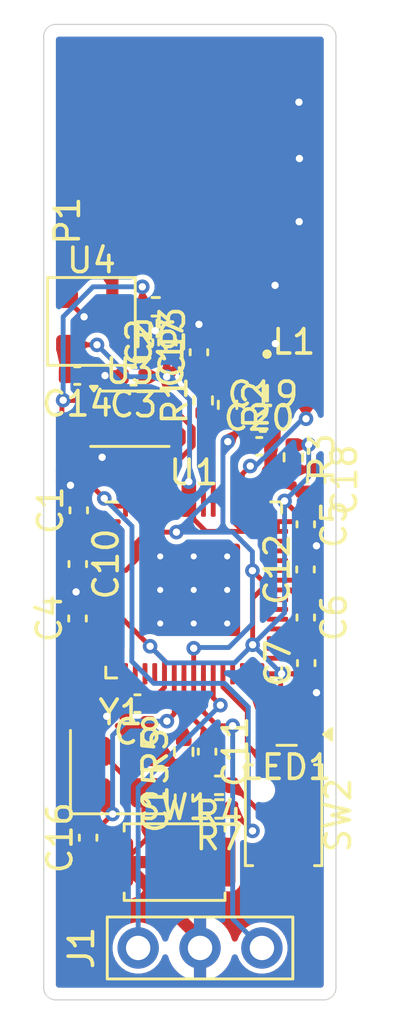
<source format=kicad_pcb>
(kicad_pcb (version 20241229) (generator "pcbnew") (generator_version "9.0")
  (layers (0 "F.Cu" signal) (2 "B.Cu" signal) (13 "F.Paste" user) (15 "B.Paste" user) (5 "F.SilkS" user "F.Silkscreen") (7 "B.SilkS" user "B.Silkscreen") (1 "F.Mask" user) (3 "B.Mask" user) (25 "Edge.Cuts" user))
  (net 0 "")
  (net 1 "+3V3")
  (net 2 "GND")
  (net 3 "+1V1")
  (net 4 "VBUS")
  (net 5 "Net-(C15-Pad2)")
  (net 6 "/XIN")
  (net 7 "/USB_D-")
  (net 8 "/USB_D+")
  (net 9 "/XOUT")
  (net 10 "/QSPI_SS")
  (net 11 "/VREG_LX")
  (net 12 "/QSPI_SCLK")
  (net 13 "/RUN")
  (net 14 "/QSPI_SD1")
  (net 15 "/QSPI_SD2")
  (net 16 "/SWD")
  (net 17 "/VREG_AVDD")
  (net 18 "/QSPI_SD0")
  (net 19 "/QSPI_SD3")
  (net 20 "/SWCLK")
  (net 22 "Net-(R7-Pad2)")
  (net 23 "Net-(R4-Pad1)")
  (net 52 "/GPIO18")
  (net 54 "Net-(U1-USB_DP)")
  (net 55 "Net-(U1-USB_DM)")
  (footprint "Capacitor_SMD:C_0402_1005Metric" (layer "F.Cu") (at 15.825 47.35 90)
    (property "Reference" "C16")
    (property "Value" "15p")
  )
  (footprint "PCM_fab:Conn_USB_A_Plain" (layer "F.Cu") (at 19.97 19.55 90)
    (property "Reference" "P1")
    (property "Value" "Conn_USB_A_Plain")
  )
  (footprint "Resistor_SMD:R_0402_1005Metric" (layer "F.Cu") (at 20.550001 29.42 90)
    (property "Reference" "R1")
    (property "Value" "27")
  )
  (footprint "Capacitor_SMD:C_0402_1005Metric" (layer "F.Cu") (at 15.4 36.13 -90)
    (property "Reference" "C10")
    (property "Value" "100n")
  )
  (footprint "Button_Switch_SMD:SW_Push_SPST_NO_Alps_SKRK" (layer "F.Cu") (at 19.375 48.35)
    (property "Reference" "SW1")
    (property "Value" "SW_Push")
  )
  (footprint "Resistor_SMD:R_0402_1005Metric" (layer "F.Cu") (at 19.749999 43.83 90)
    (property "Reference" "R5")
    (property "Value" "1k")
  )
  (footprint "Capacitor_SMD:C_0402_1005Metric" (layer "F.Cu") (at 19.76 45.7 90)
    (property "Reference" "C15")
    (property "Value" "15p")
  )
  (footprint "PCM_fab:PinHeader_01x03_P2.54mm_Vertical_THT_D1mm" (layer "F.Cu") (at 17.880001 51.87 90)
    (property "Reference" "J1")
    (property "Value" "DEBUG")
  )
  (footprint "Capacitor_SMD:C_0402_1005Metric" (layer "F.Cu") (at 23 30.33)
    (property "Reference" "C19")
    (property "Value" "4.7u")
  )
  (footprint "Capacitor_SMD:C_0402_1005Metric" (layer "F.Cu") (at 20.71 43.82 -90)
    (property "Reference" "C11")
    (property "Value" "4.7u")
  )
  (footprint "Button_Switch_SMD:SW_Push_SPST_NO_Alps_SKRK" (layer "F.Cu") (at 23.85 46.425 -90)
    (property "Reference" "SW2")
    (property "Value" "SW_Push")
  )
  (footprint "Capacitor_SMD:C_0402_1005Metric" (layer "F.Cu") (at 15.39 38.36 90)
    (property "Reference" "C4")
    (property "Value" "100n")
  )
  (footprint "Resistor_SMD:R_0402_1005Metric" (layer "F.Cu") (at 24.249999 31.75 -90)
    (property "Reference" "R3")
    (property "Value" "33")
  )
  (footprint "Capacitor_SMD:C_0402_1005Metric" (layer "F.Cu") (at 24.76 38.32 -90)
    (property "Reference" "C6")
    (property "Value" "100n")
  )
  (footprint "Resistor_SMD:R_0402_1005Metric" (layer "F.Cu") (at 18.6 25.58 180)
    (property "Reference" "R6")
    (property "Value" "10k")
  )
  (footprint "Resistor_SMD:R_0402_1005Metric" (layer "F.Cu") (at 21.550001 29.6 -90)
    (property "Reference" "R2")
    (property "Value" "27")
  )
  (footprint "PCM_Package_TO_SOT_SMD_AKL:SOT-23" (layer "F.Cu") (at 15.960003 26.179999)
    (property "Reference" "U4")
    (property "Value" "MCP1700T-3302E-TT" (hide yes))
  )
  (footprint "Package_SON:Winbond_USON-8-1EP_3x2mm_P0.5mm_EP0.2x1.6mm" (layer "F.Cu") (at 17.54 30.17)
    (property "Reference" "U3")
    (property "Value" "W25Q16JVZPIQ")
  )
  (footprint "Capacitor_SMD:C_0402_1005Metric" (layer "F.Cu") (at 22.85 31.3)
    (property "Reference" "C20")
    (property "Value" "4.7u")
  )
  (footprint "Capacitor_SMD:C_0402_1005Metric" (layer "F.Cu") (at 17.69 28.43 180)
    (property "Reference" "C3")
    (property "Value" "100n")
  )
  (footprint "Capacitor_SMD:C_0402_1005Metric" (layer "F.Cu") (at 25.19 32.68 -90)
    (property "Reference" "C18")
    (property "Value" "100n")
  )
  (footprint "PCM_marbastlib-various:LED_WS2812_2020" (layer "F.Cu") (at 23.974998 42.560001 180)
    (property "Reference" "LED1")
    (property "Value" "WS2812_2020")
  )
  (footprint "Resistor_SMD:R_0402_1005Metric" (layer "F.Cu") (at 21.2 45.2 180)
    (property "Reference" "R4")
    (property "Value" "1k")
  )
  (footprint "Capacitor_SMD:C_0402_1005Metric" (layer "F.Cu") (at 18.12 27.04 -90)
    (property "Reference" "C13")
    (property "Value" "10u")
  )
  (footprint "Crystal:Crystal_SMD_3225-4Pin_3.2x2.5mm" (layer "F.Cu") (at 17.16 44.66)
    (property "Reference" "Y1")
    (property "Value" "12MHz")
  )
  (footprint "Capacitor_SMD:C_0402_1005Metric" (layer "F.Cu") (at 20.375 27.445 90)
    (property "Reference" "C17")
    (property "Value" "100n")
  )
  (footprint "Capacitor_SMD:C_0402_1005Metric" (layer "F.Cu") (at 15.44 33.925 90)
    (property "Reference" "C1")
    (property "Value" "100n")
  )
  (footprint "Capacitor_SMD:C_0402_1005Metric" (layer "F.Cu") (at 24.76 34.5 -90)
    (property "Reference" "C5")
    (property "Value" "100n")
  )
  (footprint "lib:L_pol_2016" (layer "F.Cu") (at 24.07 28.82)
    (property "Reference" "L1")
    (property "Value" "3.3u")
  )
  (footprint "lib:RP2350-QFN-60-1EP_7x7_P0.4mm_EP3.4x3.4mm_ThermalVias" (layer "F.Cu") (at 20.16 37.19)
    (property "Reference" "U1")
    (property "Value" "RP2350_60QFN")
  )
  (footprint "Capacitor_SMD:C_0402_1005Metric" (layer "F.Cu") (at 24.75 36.35 90)
    (property "Reference" "C12")
    (property "Value" "100n")
  )
  (footprint "Resistor_SMD:R_0402_1005Metric" (layer "F.Cu") (at 21.21 46.17 180)
    (property "Reference" "R7")
    (property "Value" "1k")
  )
  (footprint "Capacitor_SMD:C_0402_1005Metric" (layer "F.Cu") (at 17.85 41.85 180)
    (property "Reference" "C8")
    (property "Value" "100n")
  )
  (footprint "Capacitor_SMD:C_0402_1005Metric" (layer "F.Cu") (at 15.38 28.4 180)
    (property "Reference" "C14")
    (property "Value" "10u")
  )
  (footprint "Capacitor_SMD:C_0402_1005Metric" (layer "F.Cu") (at 24.78 40.19 90)
    (property "Reference" "C7")
    (property "Value" "100n")
  )
  (footprint "Capacitor_SMD:C_0402_1005Metric" (layer "F.Cu") (at 19.08 27.04 90)
    (property "Reference" "C2")
    (property "Value" "100n")
  )
  (gr_line (start 14.5 14) (end 25.5 14) (stroke (width 0.05)) (layer "Edge.Cuts"))
  (gr_arc (start 14 14.5) (mid 14.146447 14.146447) (end 14.5 14) (stroke (width 0.05)) (layer "Edge.Cuts"))
  (gr_line (start 14 53.5) (end 14 14.5) (stroke (width 0.05)) (layer "Edge.Cuts"))
  (gr_line (start 25.5 54) (end 14.5 54) (stroke (width 0.05)) (layer "Edge.Cuts"))
  (gr_line (start 26 14.5) (end 26 53.5) (stroke (width 0.05)) (layer "Edge.Cuts"))
  (gr_arc (start 26 53.5) (mid 25.853553 53.853553) (end 25.5 54) (stroke (width 0.05)) (layer "Edge.Cuts"))
  (gr_arc (start 14.5 54) (mid 14.146447 53.853553) (end 14 53.5) (stroke (width 0.05)) (layer "Edge.Cuts"))
  (gr_arc (start 25.5 14) (mid 25.853553 14.146447) (end 26 14.5) (stroke (width 0.05)) (layer "Edge.Cuts"))
  (segment (start 21.76 33.7525) (end 21.76 34.36) (width 0.2) (layer "F.Cu") (net 1))
  (segment (start 18.4325 39.4375) (end 18.37 39.5) (width 0.2) (layer "F.Cu") (net 1))
  (segment (start 15.560002 27.14) (end 15.560001 27.140001) (width 0.2) (layer "F.Cu") (net 1))
  (segment (start 15.98 38.39) (end 16.7225 38.39) (width 0.2) (layer "F.Cu") (net 1))
  (segment (start 14.9 28.4) (end 14.9 27.149998) (width 0.5) (layer "F.Cu") (net 1))
  (segment (start 15.57 38.8) (end 15.98 38.39) (width 0.2) (layer "F.Cu") (net 1))
  (segment (start 23.4575 34.39) (end 24.47 34.39) (width 0.2) (layer "F.Cu") (net 1))
  (segment (start 19.97 33.7525) (end 20.16 33.7525) (width 0.2) (layer "F.Cu") (net 1))
  (segment (start 16.19 27.14) (end 15.560002 27.14) (width 0.2) (layer "F.Cu") (net 1))
  (segment (start 18.17 28.43) (end 19.03 28.43) (width 0.2) (layer "F.Cu") (net 1))
  (segment (start 18.96 40.09) (end 18.37 39.5) (width 0.2) (layer "F.Cu") (net 1))
  (segment (start 19.96 32.75) (end 19.97 32.76) (width 0.2) (layer "F.Cu") (net 1))
  (segment (start 22.58 39.4375) (end 22.58 37.53) (width 0.2) (layer "F.Cu") (net 1))
  (segment (start 22.58 34.79) (end 23.5975 34.79) (width 0.2) (layer "F.Cu") (net 1))
  (segment (start 14.72 38.28) (end 15.24 38.8) (width 0.2) (layer "F.Cu") (net 1))
  (segment (start 24.47 34.39) (end 24.76 34.1) (width 0.2) (layer "F.Cu") (net 1))
  (segment (start 24.87 31.24) (end 24.88 31.23) (width 0.2) (layer "F.Cu") (net 1))
  (segment (start 14.9 27.149998) (end 14.909997 27.140001) (width 0.5) (layer "F.Cu") (net 1))
  (segment (start 18.33 41.82) (end 18.96 41.19) (width 0.2) (layer "F.Cu") (net 1))
  (segment (start 18.96 41.19) (end 18.96 40.6275) (width 0.2) (layer "F.Cu") (net 1))
  (segment (start 23.63 40.6275) (end 23.73 40.6275) (width 0.2) (layer "F.Cu") (net 1))
  (segment (start 19.7 26.9) (end 19.7 27.8) (width 0.2) (layer "F.Cu") (net 1))
  (segment (start 21.76 34.36) (end 22.19 34.79) (width 0.2) (layer "F.Cu") (net 1))
  (segment (start 19.11 25.580001) (end 19.7 26.170001) (width 0.2) (layer "F.Cu") (net 1))
  (segment (start 22.58 37.53) (end 22.92 37.19) (width 0.2) (layer "F.Cu") (net 1))
  (segment (start 19.05 29.335) (end 18.965 29.42) (width 0.2) (layer "F.Cu") (net 1))
  (segment (start 23.129998 43.110002) (end 23.73 42.51) (width 0.2) (layer "F.Cu") (net 1))
  (segment (start 19.7 26.170001) (end 19.7 26.9) (width 0.2) (layer "F.Cu") (net 1))
  (segment (start 21.76 33.7525) (end 21.76 31.91) (width 0.2) (layer "F.Cu") (net 1))
  (segment (start 24 37.19) (end 24.15 37.19) (width 0.2) (layer "F.Cu") (net 1))
  (segment (start 24.45 34.1) (end 23.89 33.54) (width 0.2) (layer "F.Cu") (net 1))
  (segment (start 24.74 37.78) (end 24.76 37.78) (width 0.2) (layer "F.Cu") (net 1))
  (segment (start 15.455 34.39) (end 15.44 34.405) (width 0.2) (layer "F.Cu") (net 1))
  (segment (start 15.44 34.405) (end 14.72 35.125) (width 0.2) (layer "F.Cu") (net 1))
  (segment (start 14.72 35.125) (end 14.72 38.28) (width 0.2) (layer "F.Cu") (net 1))
  (segment (start 20.662226 34.79) (end 22.19 34.79) (width 0.2) (layer "F.Cu") (net 1))
  (segment (start 15.560001 27.140001) (end 14.909997 27.140001) (width 0.2) (layer "F.Cu") (net 1))
  (segment (start 23.5975 34.39) (end 23.5975 34.79) (width 0.2) (layer "F.Cu") (net 1))
  (segment (start 21.76 31.91) (end 22.37 31.3) (width 0.2) (layer "F.Cu") (net 1))
  (segment (start 15.24 38.8) (end 15.57 38.8) (width 0.2) (layer "F.Cu") (net 1))
  (segment (start 23.059998 43.110002) (end 23.129998 43.110002) (width 0.2) (layer "F.Cu") (net 1))
  (segment (start 18.96 40.6275) (end 18.96 40.09) (width 0.2) (layer "F.Cu") (net 1))
  (segment (start 20.375 27.925) (end 19.575 27.925) (width 0.2) (layer "F.Cu") (net 1))
  (segment (start 19.05 28.45) (end 19.05 29.335) (width 0.2) (layer "F.Cu") (net 1))
  (segment (start 24.7375 40.6275) (end 24.78 40.67) (width 0.2) (layer "F.Cu") (net 1))
  (segment (start 24.249998 31.24) (end 24.87 31.24) (width 0.2) (layer "F.Cu") (net 1))
  (segment (start 19.05 27.55) (end 19.08 27.52) (width 0.2) (layer "F.Cu") (net 1))
  (segment (start 19.76 33.7525) (end 19.97 33.7525) (width 0.2) (layer "F.Cu") (net 1))
  (segment (start 22.92 37.19) (end 23.5975 37.19) (width 0.2) (layer "F.Cu") (net 1))
  (segment (start 19.05 28.45) (end 19.05 27.55) (width 0.2) (layer "F.Cu") (net 1))
  (segment (start 19.03 28.43) (end 19.05 28.45) (width 0.2) (layer "F.Cu") (net 1))
  (segment (start 24.76 34.1) (end 24.45 34.1) (width 0.2) (layer "F.Cu") (net 1))
  (segment (start 17.26 38.39) (end 18.37 39.5) (width 0.2) (layer "F.Cu") (net 1))
  (segment (start 16.7225 34.39) (end 15.455 34.39) (width 0.2) (layer "F.Cu") (net 1))
  (segment (start 19.7 27.8) (end 19.05 28.45) (width 0.2) (layer "F.Cu") (net 1))
  (segment (start 23.73 40.6675) (end 23.77 40.6275) (width 0.2) (layer "F.Cu") (net 1))
  (segment (start 16.7225 38.39) (end 17.26 38.39) (width 0.2) (layer "F.Cu") (net 1))
  (segment (start 24.15 37.19) (end 24.74 37.78) (width 0.2) (layer "F.Cu") (net 1))
  (segment (start 22.19 34.79) (end 22.58 34.79) (width 0.2) (layer "F.Cu") (net 1))
  (segment (start 23.49 40.6275) (end 24.7375 40.6275) (width 0.2) (layer "F.Cu") (net 1))
  (segment (start 20.16 34.287774) (end 20.662226 34.79) (width 0.2) (layer "F.Cu") (net 1))
  (segment (start 19.575 27.925) (end 19.05 28.45) (width 0.2) (layer "F.Cu") (net 1))
  (segment (start 23.73 42.51) (end 23.73 40.6675) (width 0.2) (layer "F.Cu") (net 1))
  (segment (start 19.08 27.52) (end 19.7 26.9) (width 0.2) (layer "F.Cu") (net 1))
  (segment (start 16.7225 34.39) (end 16.59 34.39) (width 0.2) (layer "F.Cu") (net 1))
  (segment (start 20.16 33.7525) (end 20.16 34.287774) (width 0.2) (layer "F.Cu") (net 1))
  (segment (start 22.96 40.6275) (end 23.63 40.6275) (width 0.2) (layer "F.Cu") (net 1))
  (via (at 18.37 39.5) (size 0.6) (drill 0.3) (layers "F.Cu" "B.Cu") (net 1))
  (via (at 23.89 33.54) (size 0.6) (drill 0.3) (layers "F.Cu" "B.Cu") (net 1))
  (via (at 19.05 28.45) (size 0.6) (drill 0.3) (layers "F.Cu" "B.Cu") (net 1))
  (via (at 16.19 27.14) (size 0.6) (drill 0.3) (layers "F.Cu" "B.Cu") (net 1))
  (via (at 22.58 39.4375) (size 0.6) (drill 0.3) (layers "F.Cu" "B.Cu") (net 1))
  (via (at 24.88 31.23) (size 0.6) (drill 0.3) (layers "F.Cu" "B.Cu") (net 1))
  (via (at 19.96 32.75) (size 0.6) (drill 0.3) (layers "F.Cu" "B.Cu") (net 1))
  (via (at 23.77 40.6275) (size 0.6) (drill 0.3) (layers "F.Cu" "B.Cu") (net 1))
  (segment (start 19.96 32.75) (end 19.99 32.72) (width 0.2) (layer "B.Cu") (net 1))
  (segment (start 21.8365 40.181) (end 22.58 39.4375) (width 0.2) (layer "B.Cu") (net 1))
  (segment (start 23.89 33.54) (end 23.89 38.1275) (width 0.2) (layer "B.Cu") (net 1))
  (segment (start 22.6425 39.5) (end 23.77 40.6275) (width 0.2) (layer "B.Cu") (net 1))
  (segment (start 23.89 38.1275) (end 22.58 39.4375) (width 0.2) (layer "B.Cu") (net 1))
  (segment (start 23.89 33.54) (end 24.88 32.55) (width 0.2) (layer "B.Cu") (net 1))
  (segment (start 19.99 29.39) (end 19.05 28.45) (width 0.2) (layer "B.Cu") (net 1))
  (segment (start 16.19 27.14) (end 17.5 28.45) (width 0.2) (layer "B.Cu") (net 1))
  (segment (start 19.808527 32.598527) (end 19.96 32.75) (width 0.2) (layer "B.Cu") (net 1))
  (segment (start 18.37 39.5) (end 19.051 40.181) (width 0.2) (layer "B.Cu") (net 1))
  (segment (start 19.051 40.181) (end 21.8365 40.181) (width 0.2) (layer "B.Cu") (net 1))
  (segment (start 24.88 32.55) (end 24.88 31.23) (width 0.2) (layer "B.Cu") (net 1))
  (segment (start 17.5 28.45) (end 19.05 28.45) (width 0.2) (layer "B.Cu") (net 1))
  (segment (start 22.58 39.4375) (end 22.6425 39.5) (width 0.2) (layer "B.Cu") (net 1))
  (segment (start 19.99 32.72) (end 19.99 29.39) (width 0.2) (layer "B.Cu") (net 1))
  (segment (start 24.45 19.55) (end 24.5 19.5) (width 0.2) (layer "F.Cu") (net 2))
  (segment (start 18.26 47.365) (end 18.26 45.51) (width 0.2) (layer "F.Cu") (net 2))
  (segment (start 22.56 32.879943) (end 23.16 32.279943) (width 0.2) (layer "F.Cu") (net 2))
  (segment (start 18.93 46.18) (end 18.26 45.51) (width 0.2) (layer "F.Cu") (net 2))
  (segment (start 19.76 46.169659) (end 20.69 45.239659) (width 0.2) (layer "F.Cu") (net 2))
  (segment (start 16.115 31.465) (end 16.4 31.75) (width 0.2) (layer "F.Cu") (net 2))
  (segment (start 23.33 31.3) (end 23.33 30.662) (width 0.2) (layer "F.Cu") (net 2))
  (segment (start 24.3 17.19) (end 24.48 17.19) (width 0.2) (layer "F.Cu") (net 2))
  (segment (start 23.469998 21.459998) (end 23.469998 19.55) (width 0.2) (layer "F.Cu") (net 2))
  (segment (start 19.76 46.18) (end 19.76 46.169659) (width 0.2) (layer "F.Cu") (net 2))
  (segment (start 23.16 32.279943) (end 23.16 31.47) (width 0.2) (layer "F.Cu") (net 2))
  (segment (start 24.76 35.06) (end 25.371 34.449) (width 0.2) (layer "F.Cu") (net 2))
  (segment (start 24.76 38.74) (end 24.76 39.69) (width 0.2) (layer "F.Cu") (net 2))
  (segment (start 25.391 40.321) (end 24.78 39.71) (width 0.2) (layer "F.Cu") (net 2))
  (segment (start 16.755 47.83) (end 17.275 48.35) (width 0.2) (layer "F.Cu") (net 2))
  (segment (start 22.56 33.7525) (end 22.56 32.879943) (width 0.2) (layer "F.Cu") (net 2))
  (segment (start 25.2 35.38) (end 25.05 35.38) (width 0.2) (layer "F.Cu") (net 2))
  (segment (start 15.24 36.58) (end 15.25 36.57) (width 0.2) (layer "F.Cu") (net 2))
  (segment (start 15.44 33.23853) (end 15.44 33.445) (width 0.2) (layer "F.Cu") (net 2))
  (segment (start 18 45.51) (end 16.3 43.81) (width 0.2) (layer "F.Cu") (net 2))
  (segment (start 19.76 46.18) (end 18.93 46.18) (width 0.2) (layer "F.Cu") (net 2))
  (segment (start 17.18 28.4) (end 17.21 28.43) (width 0.2) (layer "F.Cu") (net 2))
  (segment (start 17.14 41.82) (end 16.59 42.37) (width 0.2) (layer "F.Cu") (net 2))
  (segment (start 23.469998 18.020002) (end 24.3 17.19) (width 0.2) (layer "F.Cu") (net 2))
  (segment (start 23.16 31.47) (end 23.33 31.3) (width 0.2) (layer "F.Cu") (net 2))
  (segment (start 20.69 45.239659) (end 20.69 45.199999) (width 0.2) (layer "F.Cu") (net 2))
  (segment (start 16.06 42.9) (end 16.59 42.37) (width 0.2) (layer "F.Cu") (net 2))
  (segment (start 24.889998 42.01) (end 24.889998 41.712127) (width 0.2) (layer "F.Cu") (net 2))
  (segment (start 24.1 22.09) (end 23.469998 21.459998) (width 0.2) (layer "F.Cu") (net 2))
  (segment (start 15.86 28.4) (end 16.52 28.4) (width 0.2) (layer "F.Cu") (net 2))
  (segment (start 16.06 43.81) (end 16.06 42.9) (width 0.2) (layer "F.Cu") (net 2))
  (segment (start 25.371 34.449) (end 25.371 33.401) (width 0.2) (layer "F.Cu") (net 2))
  (segment (start 20.420005 51.870003) (end 20.420005 51.495005) (width 0.5) (layer "F.Cu") (net 2))
  (segment (start 23.48 30.33) (end 23.51 30.36) (width 0.2) (layer "F.Cu") (net 2))
  (segment (start 17.37 41.82) (end 17.14 41.82) (width 0.2) (layer "F.Cu") (net 2))
  (segment (start 24.021 27.601) (end 23.51 27.09) (width 0.2) (layer "F.Cu") (net 2))
  (segment (start 24.76 39.69) (end 24.78 39.71) (width 0.2) (layer "F.Cu") (net 2))
  (segment (start 18.26 45.51) (end 18 45.51) (width 0.2) (layer "F.Cu") (net 2))
  (segment (start 23.469998 19.55) (end 23.469998 24.669998) (width 0.2) (layer "F.Cu") (net 2))
  (segment (start 20.420005 51.495005) (end 17.275 48.35) (width 0.5) (layer "F.Cu") (net 2))
  (segment (start 16.52 28.4) (end 17.18 28.4) (width 0.2) (layer "F.Cu") (net 2))
  (segment (start 15.33 37.27) (end 15.33 36.63) (width 0.2) (layer "F.Cu") (net 2))
  (segment (start 23.469998 24.669998) (end 23.5 24.7) (width 0.2) (layer "F.Cu") (net 2))
  (segment (start 25.05 35.38) (end 24.76 35.09) (width 0.2) (layer "F.Cu") (net 2))
  (segment (start 23.5 27.08) (end 23.51 27.09) (width 0.2) (layer "F.Cu") (net 2))
  (segment (start 16.3 43.81) (end 16.06 43.81) (width 0.2) (layer "F.Cu") (net 2))
  (segment (start 20.375 26.965) (end 20.375 26.3) (width 0.2) (layer "F.Cu") (net 2))
  (segment (start 20.69 44.32) (end 20.71 44.3) (width 0.2) (layer "F.Cu") (net 2))
  (segment (start 24.76 35.09) (end 24.76 35.06) (width 0.2) (layer "F.Cu") (net 2))
  (segment (start 25.2 35.38) (end 25.2 35.53) (width 0.2) (layer "F.Cu") (net 2))
  (segment (start 15.659265 25.989265) (end 14.91 25.24) (width 0.2) (layer "F.Cu") (net 2))
  (segment (start 23.469998 19.55) (end 24.45 19.55) (width 0.2) (layer "F.Cu") (net 2))
  (segment (start 18.575 26.56) (end 19.08 26.56) (width 0.5) (layer "F.Cu") (net 2))
  (segment (start 24.49 22.09) (end 24.1 22.09) (width 0.2) (layer "F.Cu") (net 2))
  (segment (start 23.475 19.555002) (end 23.469998 19.55) (width 0.2) (layer "F.Cu") (net 2))
  (segment (start 25.371 33.401) (end 25.19 33.22) (width 0.2) (layer "F.Cu") (net 2))
  (segment (start 24.021 29.971) (end 24.021 27.601) (width 0.2) (layer "F.Cu") (net 2))
  (segment (start 20.69 45.199999) (end 20.69 44.32) (width 0.2) (layer "F.Cu") (net 2))
  (segment (start 25.2 41.402125) (end 25.391 41.211125) (width 0.2) (layer "F.Cu") (net 2))
  (segment (start 18.09 26.56) (end 18.575 26.56) (width 0.5) (layer "F.Cu") (net 2))
  (segment (start 23.51 31.12) (end 23.33 31.3) (width 0.2) (layer "F.Cu") (net 2))
  (segment (start 15.100735 32.899265) (end 15.44 33.23853) (width 0.2) (layer "F.Cu") (net 2))
  (segment (start 15.825 47.83) (end 16.755 47.83) (width 0.2) (layer "F.Cu") (net 2))
  (segment (start 24.79 35.94) (end 24.76 35.94) (width 0.2) (layer "F.Cu") (net 2))
  (segment (start 24.889998 41.712127) (end 25.2 41.402125) (width 0.2) (layer "F.Cu") (net 2))
  (segment (start 15.33 37.89) (end 15.33 37.27) (width 0.2) (layer "F.Cu") (net 2))
  (segment (start 23.469998 19.55) (end 23.469998 18.020002) (width 0.2) (layer "F.Cu") (net 2))
  (segment (start 17.275 48.35) (end 18.26 47.365) (width 0.2) (layer "F.Cu") (net 2))
  (segment (start 25.2 35.53) (end 24.79 35.94) (width 0.2) (layer "F.Cu") (net 2))
  (segment (start 23.33 30.662) (end 24.021 29.971) (width 0.2) (layer "F.Cu") (net 2))
  (segment (start 25.391 41.211125) (end 25.391 40.321) (width 0.2) (layer "F.Cu") (net 2))
  (segment (start 16.115 30.92) (end 16.115 31.465) (width 0.2) (layer "F.Cu") (net 2))
  (segment (start 23.51 30.36) (end 23.51 31.12) (width 0.2) (layer "F.Cu") (net 2))
  (via (at 25.2 41.402125) (size 0.6) (drill 0.3) (layers "F.Cu" "B.Cu") (net 2))
  (via (at 16.52 28.4) (size 0.6) (drill 0.3) (layers "F.Cu" "B.Cu") (net 2))
  (via (at 23.5 24.7) (size 0.6) (drill 0.3) (layers "F.Cu" "B.Cu") (net 2))
  (via (at 24.5 19.5) (size 0.6) (drill 0.3) (layers "F.Cu" "B.Cu") (net 2))
  (via (at 15.659265 25.989265) (size 0.6) (drill 0.3) (layers "F.Cu" "B.Cu") (net 2))
  (via (at 15.100735 32.899265) (size 0.6) (drill 0.3) (layers "F.Cu" "B.Cu") (net 2))
  (via (at 20.375 26.3) (size 0.6) (drill 0.3) (layers "F.Cu" "B.Cu") (net 2))
  (via (at 15.33 37.27) (size 0.6) (drill 0.3) (layers "F.Cu" "B.Cu") (net 2))
  (via (at 24.49 22.09) (size 0.6) (drill 0.3) (layers "F.Cu" "B.Cu") (net 2))
  (via (at 24.48 17.19) (size 0.6) (drill 0.3) (layers "F.Cu" "B.Cu") (net 2))
  (via (at 18.575 26.56) (size 0.6) (drill 0.3) (layers "F.Cu" "B.Cu") (net 2))
  (via (at 25.2 35.38) (size 0.6) (drill 0.3) (layers "F.Cu" "B.Cu") (net 2))
  (via (at 16.59 42.37) (size 0.6) (drill 0.3) (layers "F.Cu" "B.Cu") (net 2))
  (via (at 23.51 27.09) (size 0.6) (drill 0.3) (layers "F.Cu" "B.Cu") (net 2))
  (via (at 16.4 31.75) (size 0.6) (drill 0.3) (layers "F.Cu" "B.Cu") (net 2))
  (segment (start 15.589 26.05953) (end 15.589 27.469) (width 0.2) (layer "B.Cu") (net 2))
  (segment (start 20.375 26.3) (end 20.225 26.45) (width 0.2) (layer "B.Cu") (net 2))
  (segment (start 18.63 33.98) (end 16.4 31.75) (width 0.2) (layer "B.Cu") (net 2))
  (segment (start 21.535 35.815) (end 21.63 35.72) (width 0.2) (layer "B.Cu") (net 2))
  (segment (start 15.659265 25.989265) (end 15.589 26.05953) (width 0.2) (layer "B.Cu") (net 2))
  (segment (start 18.54 26.525) (end 18.575 26.56) (width 0.2) (layer "B.Cu") (net 2))
  (segment (start 15.24 37.22) (end 15.27 37.19) (width 0.2) (layer "B.Cu") (net 2))
  (segment (start 15.589 27.469) (end 16.52 28.4) (width 0.2) (layer "B.Cu") (net 2))
  (segment (start 18.685 26.45) (end 18.575 26.56) (width 0.2) (layer "B.Cu") (net 2))
  (segment (start 18.785 35.815) (end 18.63 35.66) (width 0.2) (layer "B.Cu") (net 2))
  (segment (start 18.63 35.66) (end 18.63 33.98) (width 0.2) (layer "B.Cu") (net 2))
  (segment (start 22.34 30.33) (end 22.52 30.33) (width 0.2) (layer "F.Cu") (net 3))
  (segment (start 20.7 43.03) (end 20.7 43.33) (width 0.2) (layer "F.Cu") (net 3))
  (segment (start 22.57 36.4) (end 22.96 36.79) (width 0.2) (layer "F.Cu") (net 3))
  (segment (start 16.7225 36.39) (end 17.37 36.39) (width 0.2) (layer "F.Cu") (net 3))
  (segment (start 22.52 30.33) (end 22.52 29.67) (width 0.2) (layer "F.Cu") (net 3))
  (segment (start 17.37 36.39) (end 17.82 35.94) (width 0.2) (layer "F.Cu") (net 3))
  (segment (start 21.56 31.11) (end 22.34 30.33) (width 0.2) (layer "F.Cu") (net 3))
  (segment (start 20.16 40.6275) (end 20.16 42.49) (width 0.2) (layer "F.Cu") (net 3))
  (segment (start 20.7 43.33) (end 20.71 43.34) (width 0.2) (layer "F.Cu") (net 3))
  (segment (start 20.16 39.58) (end 20.16 40.6275) (width 0.2) (layer "F.Cu") (net 3))
  (segment (start 21.36 33.7525) (end 21.36 31.31) (width 0.2) (layer "F.Cu") (net 3))
  (segment (start 15.25 35.61) (end 15.36 35.61) (width 0.2) (layer "F.Cu") (net 3))
  (segment (start 15.36 35.61) (end 16.14 36.39) (width 0.2) (layer "F.Cu") (net 3))
  (segment (start 23.4575 36.79) (end 24.65 36.79) (width 0.2) (layer "F.Cu") (net 3))
  (segment (start 22.96 36.79) (end 23.5975 36.79) (width 0.2) (layer "F.Cu") (net 3))
  (segment (start 20.16 42.49) (end 20.7 43.03) (width 0.2) (layer "F.Cu") (net 3))
  (segment (start 18.24 34.82) (end 19.45 34.82) (width 0.2) (layer "F.Cu") (net 3))
  (segment (start 17.82 35.24) (end 18.24 34.82) (width 0.2) (layer "F.Cu") (net 3))
  (segment (start 16.14 36.39) (end 16.7225 36.39) (width 0.2) (layer "F.Cu") (net 3))
  (segment (start 24.65 36.79) (end 24.76 36.9) (width 0.2) (layer "F.Cu") (net 3))
  (segment (start 21.36 31.31) (end 21.56 31.11) (width 0.2) (layer "F.Cu") (net 3))
  (segment (start 17.82 35.94) (end 17.82 35.24) (width 0.2) (layer "F.Cu") (net 3))
  (segment (start 22.52 29.67) (end 23.37 28.82) (width 0.2) (layer "F.Cu") (net 3))
  (via (at 21.56 31.11) (size 0.6) (drill 0.3) (layers "F.Cu" "B.Cu") (net 3))
  (via (at 20.16 39.58) (size 0.6) (drill 0.3) (layers "F.Cu" "B.Cu") (net 3))
  (via (at 19.45 34.82) (size 0.6) (drill 0.3) (layers "F.Cu" "B.Cu") (net 3))
  (via (at 22.57 36.4) (size 0.6) (drill 0.3) (layers "F.Cu" "B.Cu") (net 3))
  (segment (start 22.57 36.4) (end 22.57 35.62) (width 0.2) (layer "B.Cu") (net 3))
  (segment (start 20.19 39.55) (end 21.6 39.55) (width 0.2) (layer "B.Cu") (net 3))
  (segment (start 21.36 32.91) (end 21.36 32.75) (width 0.2) (layer "B.Cu") (net 3))
  (segment (start 21.36 34.82) (end 19.45 34.82) (width 0.2) (layer "B.Cu") (net 3))
  (segment (start 21.36 32.75) (end 21.36 34.82) (width 0.2) (layer "B.Cu") (net 3))
  (segment (start 21.36 31.31) (end 21.56 31.11) (width 0.2) (layer "B.Cu") (net 3))
  (segment (start 22.57 35.62) (end 21.77 34.82) (width 0.2) (layer "B.Cu") (net 3))
  (segment (start 21.36 32.75) (end 21.36 31.31) (width 0.2) (layer "B.Cu") (net 3))
  (segment (start 21.6 39.55) (end 22.57 38.58) (width 0.2) (layer "B.Cu") (net 3))
  (segment (start 19.45 34.82) (end 21.36 32.91) (width 0.2) (layer "B.Cu") (net 3))
  (segment (start 21.77 34.82) (end 21.36 34.82) (width 0.2) (layer "B.Cu") (net 3))
  (segment (start 20.16 39.58) (end 20.19 39.55) (width 0.2) (layer "B.Cu") (net 3))
  (segment (start 22.57 38.58) (end 22.57 36.4) (width 0.2) (layer "B.Cu") (net 3))
  (segment (start 16.91 26.34) (end 16.91 26.19) (width 0.2) (layer "F.Cu") (net 4))
  (segment (start 18.09 27.52) (end 16.91 26.34) (width 0.2) (layer "F.Cu") (net 4))
  (segment (start 16.82 19.899998) (end 16.82 26.1) (width 0.5) (layer "F.Cu") (net 4))
  (segment (start 16.470002 19.55) (end 16.82 19.899998) (width 0.5) (layer "F.Cu") (net 4))
  (segment (start 16.82 26.1) (end 16.91 26.19) (width 0.5) (layer "F.Cu") (net 4))
  (segment (start 19.749998 44.34) (end 18.79 44.34) (width 0.2) (layer "F.Cu") (net 5))
  (segment (start 19.76 44.350002) (end 19.749998 44.34) (width 0.2) (layer "F.Cu") (net 5))
  (segment (start 18.79 44.34) (end 18.26 43.81) (width 0.2) (layer "F.Cu") (net 5))
  (segment (start 19.76 45.22) (end 19.76 44.350002) (width 0.2) (layer "F.Cu") (net 5))
  (segment (start 16.83 46.38) (end 16.83 46.28) (width 0.2) (layer "F.Cu") (net 6))
  (segment (start 19.36 42.27) (end 19.06 42.57) (width 0.2) (layer "F.Cu") (net 6))
  (segment (start 16.83 46.38) (end 16.83 46.48) (width 0.2) (layer "F.Cu") (net 6))
  (segment (start 15.825 46.87) (end 16.34 46.87) (width 0.2) (layer "F.Cu") (net 6))
  (segment (start 16.83 46.28) (end 16.06 45.51) (width 0.2) (layer "F.Cu") (net 6))
  (segment (start 16.34 46.87) (end 16.83 46.38) (width 0.2) (layer "F.Cu") (net 6))
  (segment (start 19.36 40.6275) (end 19.36 42.27) (width 0.2) (layer "F.Cu") (net 6))
  (via (at 19.06 42.57) (size 0.6) (drill 0.3) (layers "F.Cu" "B.Cu") (net 6))
  (via (at 16.83 46.38) (size 0.6) (drill 0.3) (layers "F.Cu" "B.Cu") (net 6))
  (segment (start 19.06 42.57) (end 17.41 42.57) (width 0.2) (layer "B.Cu") (net 6))
  (segment (start 17.41 42.57) (end 16.83 43.15) (width 0.2) (layer "B.Cu") (net 6))
  (segment (start 16.83 43.15) (end 16.83 46.38) (width 0.2) (layer "B.Cu") (net 6))
  (segment (start 21.7 26.775) (end 18.97 24.045) (width 0.2) (layer "F.Cu") (net 7))
  (segment (start 21.7 27.760002) (end 21.7 26.775) (width 0.2) (layer "F.Cu") (net 7))
  (segment (start 18.97 24.045) (end 18.97 20.05) (width 0.2) (layer "F.Cu") (net 7))
  (segment (start 20.550002 28.91) (end 21.7 27.760002) (width 0.2) (layer "F.Cu") (net 7))
  (segment (start 21.550002 29.09) (end 21.550002 28.546397) (width 0.2) (layer "F.Cu") (net 8))
  (segment (start 20.775 20.245) (end 20.97 20.05) (width 0.2) (layer "F.Cu") (net 8))
  (segment (start 22.15 27.946399) (end 22.15 26.081802) (width 0.2) (layer "F.Cu") (net 8))
  (segment (start 20.475 20.545) (end 20.97 20.05) (width 0.2) (layer "F.Cu") (net 8))
  (segment (start 21.550002 28.546397) (end 22.15 27.946399) (width 0.2) (layer "F.Cu") (net 8))
  (segment (start 20.475 24.406802) (end 20.475 20.545) (width 0.2) (layer "F.Cu") (net 8))
  (segment (start 22.15 26.081802) (end 20.475 24.406802) (width 0.2) (layer "F.Cu") (net 8))
  (segment (start 19.76 40.6275) (end 19.76 43.31) (width 0.2) (layer "F.Cu") (net 9))
  (segment (start 19.76 43.31) (end 19.75 43.32) (width 0.2) (layer "F.Cu") (net 9))
  (segment (start 14.75 29.46) (end 14.75 31.7) (width 0.2) (layer "F.Cu") (net 10))
  (segment (start 18.05 24.76) (end 18.05 25.539999) (width 0.2) (layer "F.Cu") (net 10))
  (segment (start 14.8 29.41) (end 14.75 29.46) (width 0.2) (layer "F.Cu") (net 10))
  (segment (start 14.81 29.42) (end 14.8 29.41) (width 0.2) (layer "F.Cu") (net 10))
  (segment (start 22.575 47.07) (end 21.695 46.19) (width 0.2) (layer "F.Cu") (net 10))
  (segment (start 18.05 25.539999) (end 18.09 25.579999) (width 0.2) (layer "F.Cu") (net 10))
  (segment (start 17.36 33.7525) (end 16.8025 33.7525) (width 0.2) (layer "F.Cu") (net 10))
  (segment (start 14.75 31.7) (end 16.8025 33.7525) (width 0.2) (layer "F.Cu") (net 10))
  (segment (start 21.695 46.19) (end 21.695 46.175001) (width 0.2) (layer "F.Cu") (net 10))
  (segment (start 16.115 29.42) (end 14.81 29.42) (width 0.2) (layer "F.Cu") (net 10))
  (via (at 18.05 24.76) (size 0.6) (drill 0.3) (layers "F.Cu" "B.Cu") (net 10))
  (via (at 22.575 47.07) (size 0.6) (drill 0.3) (layers "F.Cu" "B.Cu") (net 10))
  (via (at 14.8 29.41) (size 0.6) (drill 0.3) (layers "F.Cu" "B.Cu") (net 10))
  (via (at 16.4875 33.4375) (size 0.6) (drill 0.3) (layers "F.Cu" "B.Cu") (net 10))
  (segment (start 16.0275 24.76) (end 14.8 25.9875) (width 0.2) (layer "B.Cu") (net 10))
  (segment (start 14.8 25.9875) (end 14.8 29.41) (width 0.2) (layer "B.Cu") (net 10))
  (segment (start 21.43 41.02) (end 18.52 41.02) (width 0.2) (layer "B.Cu") (net 10))
  (segment (start 17.625 34.575) (end 16.4875 33.4375) (width 0.2) (layer "B.Cu") (net 10))
  (segment (start 17.625 39.635) (end 17.625 34.575) (width 0.2) (layer "B.Cu") (net 10))
  (segment (start 18.52 41.02) (end 17.62 40.12) (width 0.2) (layer "B.Cu") (net 10))
  (segment (start 18.05 24.76) (end 16.0275 24.76) (width 0.2) (layer "B.Cu") (net 10))
  (segment (start 22.575 47.07) (end 22.4 46.895) (width 0.2) (layer "B.Cu") (net 10))
  (segment (start 22.4 46.895) (end 22.4 41.99) (width 0.2) (layer "B.Cu") (net 10))
  (segment (start 22.4 41.99) (end 21.43 41.02) (width 0.2) (layer "B.Cu") (net 10))
  (segment (start 17.62 40.12) (end 17.62 39.64) (width 0.2) (layer "B.Cu") (net 10))
  (segment (start 17.62 39.64) (end 17.625 39.635) (width 0.2) (layer "B.Cu") (net 10))
  (segment (start 22.481416 32.109998) (end 22.480002 32.109998) (width 0.2) (layer "F.Cu") (net 11))
  (segment (start 22.16 32.43) (end 22.16 33.7525) (width 0.2) (layer "F.Cu") (net 11))
  (segment (start 22.480002 32.109998) (end 22.16 32.43) (width 0.2) (layer "F.Cu") (net 11))
  (segment (start 24.77 30.17) (end 24.77 28.82) (width 0.2) (layer "F.Cu") (net 11))
  (via (at 24.77 30.17) (size 0.6) (drill 0.3) (layers "F.Cu" "B.Cu") (net 11))
  (via (at 22.481416 32.109998) (size 0.6) (drill 0.3) (layers "F.Cu" "B.Cu") (net 11))
  (segment (start 24.64 30.17) (end 24.77 30.17) (width 0.2) (layer "B.Cu") (net 11))
  (segment (start 22.481416 32.109998) (end 22.700002 32.109998) (width 0.2) (layer "B.Cu") (net 11))
  (segment (start 22.700002 32.109998) (end 24.64 30.17) (width 0.2) (layer "B.Cu") (net 11))
  (segment (start 18.96 33.7525) (end 18.96 31.890798) (width 0.2) (layer "F.Cu") (net 12))
  (segment (start 18.96 31.890798) (end 19.73 31.120798) (width 0.2) (layer "F.Cu") (net 12))
  (segment (start 19.430798 30.42) (end 18.965 30.42) (width 0.2) (layer "F.Cu") (net 12))
  (segment (start 19.73 30.719202) (end 19.430798 30.42) (width 0.2) (layer "F.Cu") (net 12))
  (segment (start 19.73 31.120798) (end 19.73 30.719202) (width 0.2) (layer "F.Cu") (net 12))
  (segment (start 22.36 42.17) (end 21.36 41.17) (width 0.2) (layer "F.Cu") (net 13))
  (segment (start 21.36 41.17) (end 21.36 40.6275) (width 0.2) (layer "F.Cu") (net 13))
  (segment (start 23.125 44.325) (end 22.36 43.56) (width 0.2) (layer "F.Cu") (net 13))
  (segment (start 23.85 44.325) (end 23.125 44.325) (width 0.2) (layer "F.Cu") (net 13))
  (segment (start 22.36 43.56) (end 22.36 42.17) (width 0.2) (layer "F.Cu") (net 13))
  (segment (start 17.231388 32.69) (end 17.76 33.218612) (width 0.2) (layer "F.Cu") (net 14))
  (segment (start 16.44 32.69) (end 17.231388 32.69) (width 0.2) (layer "F.Cu") (net 14))
  (segment (start 16.115 29.92) (end 15.48 29.92) (width 0.2) (layer "F.Cu") (net 14))
  (segment (start 15.15 31.4) (end 16.44 32.69) (width 0.2) (layer "F.Cu") (net 14))
  (segment (start 17.76 33.218612) (end 17.76 33.7525) (width 0.2) (layer "F.Cu") (net 14))
  (segment (start 15.15 30.25) (end 15.15 31.4) (width 0.2) (layer "F.Cu") (net 14))
  (segment (start 15.48 29.92) (end 15.15 30.25) (width 0.2) (layer "F.Cu") (net 14))
  (segment (start 17.084 31.944) (end 17.084 30.923202) (width 0.2) (layer "F.Cu") (net 15))
  (segment (start 18.16 33.02) (end 17.084 31.944) (width 0.2) (layer "F.Cu") (net 15))
  (segment (start 18.16 33.7525) (end 18.16 33.02) (width 0.2) (layer "F.Cu") (net 15))
  (segment (start 16.580798 30.42) (end 16.115 30.42) (width 0.2) (layer "F.Cu") (net 15))
  (segment (start 17.084 30.923202) (end 16.580798 30.42) (width 0.2) (layer "F.Cu") (net 15))
  (segment (start 20.96 41.61853) (end 20.96 40.6275) (width 0.2) (layer "F.Cu") (net 16))
  (segment (start 21.255735 41.914265) (end 20.96 41.61853) (width 0.2) (layer "F.Cu") (net 16))
  (via (at 21.255735 41.914265) (size 0.6) (drill 0.3) (layers "F.Cu" "B.Cu") (net 16))
  (segment (start 17.880001 51.87) (end 17.880001 45.289999) (width 0.2) (layer "B.Cu") (net 16))
  (segment (start 17.880001 45.289999) (end 21.255735 41.914265) (width 0.2) (layer "B.Cu") (net 16))
  (segment (start 22.96 33.21) (end 23.91 32.26) (width 0.2) (layer "F.Cu") (net 17))
  (segment (start 24.25 32.26) (end 25.19 32.26) (width 0.2) (layer "F.Cu") (net 17))
  (segment (start 23.91 32.26) (end 24.25 32.26) (width 0.2) (layer "F.Cu") (net 17))
  (segment (start 22.96 33.7525) (end 22.96 33.21) (width 0.2) (layer "F.Cu") (net 17))
  (segment (start 18.56 31.325) (end 18.965 30.92) (width 0.2) (layer "F.Cu") (net 18))
  (segment (start 18.56 33.7525) (end 18.56 31.325) (width 0.2) (layer "F.Cu") (net 18))
  (segment (start 20.14 30.562102) (end 19.497898 29.92) (width 0.2) (layer "F.Cu") (net 19))
  (segment (start 20.14 31.277898) (end 20.14 30.562102) (width 0.2) (layer "F.Cu") (net 19))
  (segment (start 19.36 32.057898) (end 20.14 31.277898) (width 0.2) (layer "F.Cu") (net 19))
  (segment (start 19.36 33.7525) (end 19.36 32.057898) (width 0.2) (layer "F.Cu") (net 19))
  (segment (start 19.497898 29.92) (end 18.965 29.92) (width 0.2) (layer "F.Cu") (net 19))
  (segment (start 21.13 42.76) (end 20.56 42.19) (width 0.2) (layer "F.Cu") (net 20))
  (segment (start 21.76 42.76) (end 21.13 42.76) (width 0.2) (layer "F.Cu") (net 20))
  (segment (start 20.56 42.19) (end 20.56 40.6275) (width 0.2) (layer "F.Cu") (net 20))
  (via (at 21.76 42.76) (size 0.6) (drill 0.3) (layers "F.Cu" "B.Cu") (net 20))
  (segment (start 21.76 42.76) (end 21.76 50.669999) (width 0.2) (layer "B.Cu") (net 20))
  (segment (start 21.76 50.669999) (end 22.960001 51.87) (width 0.2) (layer "B.Cu") (net 20))
  (segment (start 20.675 46.8) (end 20.675 46.174999) (width 0.2) (layer "F.Cu") (net 22))
  (segment (start 21.475 47.6) (end 20.675 46.8) (width 0.2) (layer "F.Cu") (net 22))
  (segment (start 21.475 48.35) (end 21.475 47.6) (width 0.2) (layer "F.Cu") (net 22))
  (segment (start 23.85 47.26) (end 23.85 48.525) (width 0.2) (layer "F.Cu") (net 23))
  (segment (start 21.790001 45.200001) (end 23.85 47.26) (width 0.2) (layer "F.Cu") (net 23))
  (segment (start 21.71 45.200001) (end 21.790001 45.200001) (width 0.2) (layer "F.Cu") (net 23))
  (segment (start 22.56 40.6275) (end 22.56 41.51) (width 0.2) (layer "F.Cu") (net 52))
  (segment (start 22.56 41.51) (end 23.06 42.01) (width 0.2) (layer "F.Cu") (net 52))
  (segment (start 20.56 33.7525) (end 20.56 29.94) (width 0.2) (layer "F.Cu") (net 54))
  (segment (start 20.56 29.94) (end 20.55 29.93) (width 0.2) (layer "F.Cu") (net 54))
  (segment (start 21.55 30.26) (end 21.55 30.11) (width 0.2) (layer "F.Cu") (net 55))
  (segment (start 20.96 30.85) (end 21.55 30.26) (width 0.2) (layer "F.Cu") (net 55))
  (segment (start 20.96 33.7525) (end 20.96 30.85) (width 0.2) (layer "F.Cu") (net 55))
  (zone (net 1) (net_name "+3V3") (layer "F.Cu") (connect_pads (clearance 0)) (min_thickness 0.25) (fill yes (thermal_gap 0.5) (thermal_bridge_width 0.5))
    (polygon (pts (xy 19.66 32.75) (xy 20.26 32.76) (xy 20.26 34.19) (xy 19.66 34.2)))
  )
  (zone (net 0) (net_name "") (layer "F.Cu") (connect_pads (clearance 0)) (min_thickness 0.25)
    (keepout (tracks allowed) (vias allowed) (pads allowed) (copperpour not_allowed) (footprints allowed))
    (fill (thermal_gap 0.5) (thermal_bridge_width 0.5))
    (polygon (pts (xy 19.6 25.4) (xy 19.9 26.5) (xy 20.8 26.5) (xy 20.2 25.2)))
  )
  (zone (net 0) (net_name "") (layer "F.Cu") (connect_pads (clearance 0)) (min_thickness 0.25)
    (keepout (tracks allowed) (vias allowed) (pads allowed) (copperpour not_allowed) (footprints allowed))
    (fill (thermal_gap 0.5) (thermal_bridge_width 0.5))
    (polygon (pts (xy 18.2 35.29) (xy 18.22 34.57) (xy 22.050001 34.56) (xy 22.05 35.28) (xy 22.140001 35.289999)))
  )
  (zone (net 0) (net_name "") (layer "F.Cu") (connect_pads (clearance 0)) (min_thickness 0.25)
    (keepout (tracks allowed) (vias allowed) (pads allowed) (copperpour not_allowed) (footprints allowed))
    (fill (thermal_gap 0.5) (thermal_bridge_width 0.5))
    (polygon (pts (xy 14.3 24.6) (xy 16.39 24.6) (xy 16.39 26.54) (xy 14.31 26.54)))
  )
  (zone (net 0) (net_name "") (layer "F.Cu") (connect_pads (clearance 0)) (min_thickness 0.25)
    (keepout (tracks allowed) (vias allowed) (pads allowed) (copperpour not_allowed) (footprints allowed))
    (fill (thermal_gap 0.5) (thermal_bridge_width 0.5))
    (polygon (pts (xy 17.46 28.74) (xy 17.45 30.15) (xy 17.46 30.7) (xy 16.587304 30.71) (xy 16.565 28.74)))
  )
  (zone (net 0) (net_name "") (layer "F.Cu") (connect_pads (clearance 0)) (min_thickness 0.25)
    (keepout (tracks allowed) (vias allowed) (pads allowed) (copperpour not_allowed) (footprints allowed))
    (fill (thermal_gap 0.5) (thermal_bridge_width 0.5))
    (polygon (pts (xy 17.519999 35.089999) (xy 18.24 35.11) (xy 18.239999 39.070001) (xy 17.320001 39.07) (xy 17.520001 39.03)))
  )
  (zone (net 0) (net_name "") (layer "F.Cu") (connect_pads (clearance 0)) (min_thickness 0.25)
    (keepout (tracks allowed) (vias allowed) (pads allowed) (copperpour not_allowed) (footprints allowed))
    (fill (thermal_gap 0.5) (thermal_bridge_width 0.5))
    (polygon (pts (xy 22.4 27.72) (xy 25.53 27.68) (xy 25.55 29.87) (xy 22.23 29.89) (xy 22.245764 27.72)))
  )
  (zone (net 0) (net_name "") (layer "F.Cu") (connect_pads (clearance 0)) (min_thickness 0.25)
    (keepout (tracks allowed) (vias allowed) (pads allowed) (copperpour not_allowed) (footprints allowed))
    (fill (thermal_gap 0.5) (thermal_bridge_width 0.5))
    (polygon (pts (xy 18.01 46.26) (xy 18.01 47.39) (xy 16.74 47.39) (xy 16.7 46.26) (xy 17.55 46.26)))
  )
  (zone (net 0) (net_name "") (layer "F.Cu") (connect_pads (clearance 0)) (min_thickness 0.25)
    (keepout (tracks allowed) (vias allowed) (pads allowed) (copperpour not_allowed) (footprints allowed))
    (fill (thermal_gap 0.5) (thermal_bridge_width 0.5))
    (polygon (pts (xy 13 13) (xy 27 13) (xy 27.025 24.525) (xy 13.025 24.575)))
  )
  (zone (net 0) (net_name "") (layer "F.Cu") (connect_pads (clearance 0)) (min_thickness 0.25)
    (keepout (tracks allowed) (vias allowed) (pads allowed) (copperpour not_allowed) (footprints allowed))
    (fill (thermal_gap 0.5) (thermal_bridge_width 0.5))
    (polygon (pts (xy 16.228032 26.857433) (xy 17.518033 26.867433) (xy 17.658031 26.887434) (xy 17.638032 28.16013) (xy 16.198032 28.152432)))
  )
  (zone (net 0) (net_name "") (layers "F.Cu" "B.Cu") (connect_pads (clearance 0)) (min_thickness 0.25)
    (keepout (tracks allowed) (vias allowed) (pads allowed) (copperpour not_allowed) (footprints allowed))
    (fill (thermal_gap 0.5) (thermal_bridge_width 0.5))
    (polygon (pts (xy 22.29 39.08) (xy 22.27 39.8) (xy 17.88 39.8) (xy 17.88 38.88) (xy 17.92 39.08)))
  )
  (zone (net 0) (net_name "") (layers "F.Cu" "B.Cu") (connect_pads (clearance 0)) (min_thickness 0.25)
    (keepout (tracks allowed) (vias allowed) (pads allowed) (copperpour not_allowed) (footprints allowed))
    (fill (thermal_gap 0.5) (thermal_bridge_width 0.5))
    (polygon (pts (xy 22.065436 35.094317) (xy 22.785438 35.114318) (xy 22.785434 39.504318) (xy 21.865437 39.504318) (xy 22.065436 39.464318)))
  )
  (zone (net 2) (net_name "GND") (layers "F.Cu" "B.Cu") (priority 2) (connect_pads (clearance 0)) (min_thickness 0.25) (fill yes (thermal_gap 0.5) (thermal_bridge_width 0.5))
    (polygon (pts (xy 13 13) (xy 27 13) (xy 27 55) (xy 13 55)))
  )
  (zone (net 3) (net_name "+1V1") (layer "B.Cu") (priority 1) (connect_pads (clearance 0)) (min_thickness 0.25) (fill yes (thermal_gap 0.5) (thermal_bridge_width 0.5))
    (polygon (pts (xy 19.18 34.69) (xy 21.26 32.8) (xy 21.26 31.051473) (xy 22.340559 29.223329) (xy 23 29.233329) (xy 21.899441 31.296671) (xy 21.829441 34.93) (xy 19.17 34.91)))
  )
)
</source>
